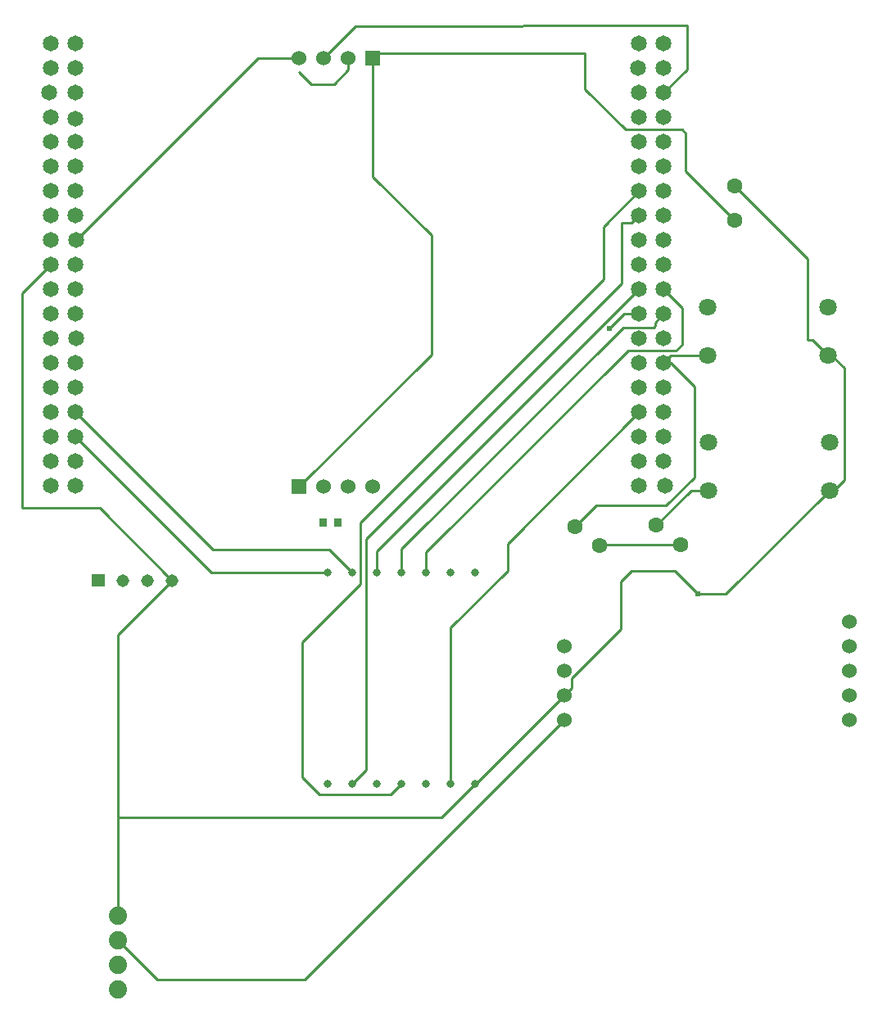
<source format=gtl>
G04 Layer: TopLayer*
G04 EasyEDA v6.4.25, 2021-10-17T04:34:47+09:00*
G04 29e239aed29846d893758c3e788ce2c8,c0f7d9c09faf4ba5b776d912e3b4b3b7,10*
G04 Gerber Generator version 0.2*
G04 Scale: 100 percent, Rotated: No, Reflected: No *
G04 Dimensions in millimeters *
G04 leading zeros omitted , absolute positions ,4 integer and 5 decimal *
%FSLAX45Y45*%
%MOMM*%

%ADD10C,0.2540*%
%ADD11C,0.6096*%
%ADD14C,1.3081*%
%ADD15C,1.6000*%
%ADD16C,1.8000*%
%ADD17C,0.8000*%
%ADD18C,1.5240*%
%ADD20C,1.8800*%
%ADD21C,1.6500*%

%LPD*%
D10*
X1765300Y3632200D02*
G01*
X1765300Y6540500D01*
X2324100Y7099300D01*
X5459602Y4998702D02*
G01*
X5107802Y4646902D01*
X1765300Y4646902D01*
X2324100Y7099300D02*
G01*
X1574800Y7848600D01*
X774700Y7848600D01*
X774700Y10071100D01*
X1066800Y10363200D01*
X6377686Y5657087D02*
G01*
X3692397Y2971800D01*
X2171700Y2971800D01*
X1765300Y3378200D01*
X3935602Y7178708D02*
G01*
X2727291Y7178708D01*
X1320800Y8585200D01*
X4189475Y7178802D02*
G01*
X3951477Y7416800D01*
X2743200Y7416800D01*
X1320800Y8839200D01*
X4443602Y7178708D02*
G01*
X4443602Y7402703D01*
X7150100Y10109200D01*
X4697602Y7178708D02*
G01*
X4697602Y7428103D01*
X6985000Y9715500D01*
X7302500Y9715500D01*
X7315200Y9728200D01*
X7315200Y9766300D01*
X7404100Y9855200D01*
X4951602Y7178708D02*
G01*
X4951602Y7390003D01*
X7035800Y9474200D01*
X7531100Y9474200D01*
X7594600Y9537700D01*
X7594600Y9918700D01*
X7404100Y10109200D01*
X6845300Y9702800D02*
G01*
X6997700Y9855200D01*
X7150100Y9855200D01*
X4189602Y4998702D02*
G01*
X4330700Y5139799D01*
X4330700Y7531100D01*
X6972300Y10172700D01*
X6972300Y10795000D01*
X7073900Y10795000D01*
X7150100Y10871200D01*
X4697602Y4998702D02*
G01*
X4588400Y4889500D01*
X3848100Y4889500D01*
X3670300Y5067300D01*
X3670300Y6464300D01*
X4267200Y7061200D01*
X4267200Y7696200D01*
X6781800Y10210800D01*
X6781800Y10756900D01*
X7150100Y11125200D01*
X5205602Y4998702D02*
G01*
X5205602Y6615303D01*
X5791200Y7200900D01*
X5791200Y7480300D01*
X7150100Y8839200D01*
X6377686Y5911087D02*
G01*
X5465318Y4998720D01*
X5459475Y4998720D01*
X3638041Y12498324D02*
G01*
X3214624Y12498324D01*
X1333500Y10617200D01*
X3892041Y12498324D02*
G01*
X4220718Y12827000D01*
X7645400Y12839700D01*
X7645400Y12382500D01*
X7404100Y12141200D01*
X7871294Y8030400D02*
G01*
X7691107Y8030400D01*
X7329906Y7669199D01*
X7579893Y7469200D02*
G01*
X6754393Y7469200D01*
X6741693Y7456500D01*
X6377686Y5911087D02*
G01*
X6451600Y5984747D01*
X6451600Y6091173D01*
X6959600Y6599173D01*
X6959600Y7086600D01*
X7073900Y7200900D01*
X7518400Y7200900D01*
X7759700Y6959600D01*
X9121305Y8030400D02*
G01*
X8050504Y6959600D01*
X7759700Y6959600D01*
X9121393Y8030463D02*
G01*
X9160763Y8030463D01*
X9271000Y8140700D01*
X9271000Y9296400D01*
X9139936Y9427463D01*
X9108693Y9427463D01*
X7858594Y9427400D02*
G01*
X7484300Y9427400D01*
X7404100Y9347200D01*
X7404100Y9347200D02*
G01*
X7480300Y9347200D01*
X7721600Y9105900D01*
X7721600Y8166100D01*
X7429500Y7874000D01*
X6709206Y7874000D01*
X6491706Y7656499D01*
X3638041Y12351258D02*
G01*
X3759200Y12230100D01*
X4000500Y12230100D01*
X4146041Y12375642D01*
X4146041Y12498324D01*
X8140700Y11173205D02*
G01*
X8890000Y10423905D01*
X8890000Y9588500D01*
X8947505Y9588500D01*
X9108605Y9427400D01*
X4399991Y12498400D02*
G01*
X4399991Y11271808D01*
X5003800Y10668000D01*
X5003800Y9434220D01*
X3637991Y8068411D01*
X8140700Y10823194D02*
G01*
X7632700Y11331194D01*
X7632700Y11722100D01*
X7594600Y11760200D01*
X7010400Y11760200D01*
X6591300Y12179300D01*
X6591300Y12547600D01*
X4400041Y12547600D01*
X4400041Y12498324D01*
G36*
X3997401Y7652999D02*
G01*
X3997401Y7739400D01*
X4078048Y7739400D01*
X4078048Y7652999D01*
G37*
G36*
X3927398Y7652999D02*
G01*
X3927398Y7739400D01*
X3846751Y7739400D01*
X3846751Y7652999D01*
G37*
G36*
X1496695Y7164704D02*
G01*
X1627504Y7164704D01*
X1627504Y7033895D01*
X1496695Y7033895D01*
G37*
D14*
G01*
X1816100Y7099300D03*
G01*
X2070100Y7099300D03*
G01*
X2324100Y7099300D03*
D15*
G01*
X8140700Y11173205D03*
G01*
X8140700Y10823194D03*
G01*
X7329906Y7669199D03*
G01*
X7579893Y7469200D03*
G01*
X6491706Y7656499D03*
G01*
X6741693Y7456500D03*
D16*
G01*
X7858607Y9927386D03*
G01*
X9108617Y9927386D03*
G01*
X7858607Y9427387D03*
G01*
X9108617Y9427387D03*
G01*
X7871307Y8530386D03*
G01*
X9121317Y8530386D03*
G01*
X7871307Y8030387D03*
G01*
X9121317Y8030387D03*
D17*
G01*
X3935602Y7178700D03*
G01*
X4951602Y7178700D03*
G01*
X4697602Y7178700D03*
G01*
X4443602Y7178700D03*
G01*
X4189602Y7178700D03*
G01*
X3935602Y4998694D03*
G01*
X4951602Y4998694D03*
G01*
X4697602Y4998694D03*
G01*
X4443602Y4998694D03*
G01*
X4189602Y4998694D03*
G01*
X5459602Y4998694D03*
G01*
X5205602Y4998694D03*
G01*
X5459602Y7178700D03*
G01*
X5205602Y7178700D03*
D18*
G01*
X9327794Y5906998D03*
G01*
X9327794Y6160998D03*
G01*
X9327794Y6414998D03*
G01*
X9327794Y6668998D03*
G01*
X6377787Y5657011D03*
G01*
X6377787Y5911011D03*
G01*
X6377787Y6165011D03*
G01*
X6377787Y6419011D03*
G01*
X9327794Y5652998D03*
G01*
X3638041Y12498324D03*
G01*
X3892041Y12498324D03*
G01*
X4146041Y12498324D03*
G36*
X4323791Y12574600D02*
G01*
X4476191Y12574600D01*
X4476191Y12422200D01*
X4323791Y12422200D01*
G37*
G36*
X3561791Y8144611D02*
G01*
X3714191Y8144611D01*
X3714191Y7992211D01*
X3561791Y7992211D01*
G37*
G01*
X3892041Y8068310D03*
G01*
X4146041Y8068310D03*
G01*
X4400041Y8068310D03*
D20*
G01*
X1765300Y3632200D03*
G01*
X1765300Y3378200D03*
G01*
X1765300Y3124200D03*
G01*
X1765300Y2870200D03*
D21*
G01*
X1066800Y12649200D03*
G01*
X1320800Y12649200D03*
G01*
X1066800Y12395200D03*
G01*
X1320800Y12395200D03*
G01*
X1054100Y12141200D03*
G01*
X1320800Y12141200D03*
G01*
X1066800Y11887200D03*
G01*
X1320800Y11874500D03*
G01*
X1066800Y11633200D03*
G01*
X1320800Y11633200D03*
G01*
X1066800Y11379200D03*
G01*
X1320800Y11379200D03*
G01*
X1066800Y11125200D03*
G01*
X1320800Y11125200D03*
G01*
X1066800Y10871200D03*
G01*
X1320800Y10871200D03*
G01*
X1066800Y10617200D03*
G01*
X1333500Y10617200D03*
G01*
X1066800Y10363200D03*
G01*
X1320800Y10363200D03*
G01*
X1066800Y10109200D03*
G01*
X1320800Y10109200D03*
G01*
X1066800Y9855200D03*
G01*
X1320800Y9855200D03*
G01*
X1066800Y9601200D03*
G01*
X1333500Y9601200D03*
G01*
X1066800Y9347200D03*
G01*
X1320800Y9347200D03*
G01*
X1066800Y9093200D03*
G01*
X1320800Y9093200D03*
G01*
X1066800Y8839200D03*
G01*
X1320800Y8839200D03*
G01*
X1066800Y8585200D03*
G01*
X1320800Y8585200D03*
G01*
X1066800Y8331200D03*
G01*
X1320800Y8331200D03*
G01*
X1066800Y8077200D03*
G01*
X1320800Y8077200D03*
G01*
X7150100Y12649200D03*
G01*
X7404100Y12649200D03*
G01*
X7137400Y12395200D03*
G01*
X7404100Y12395200D03*
G01*
X7150100Y12141200D03*
G01*
X7404100Y12141200D03*
G01*
X7150100Y11887200D03*
G01*
X7404100Y11887200D03*
G01*
X7150100Y11633200D03*
G01*
X7404100Y11633200D03*
G01*
X7150100Y11379200D03*
G01*
X7404100Y11379200D03*
G01*
X7150100Y11125200D03*
G01*
X7404100Y11125200D03*
G01*
X7150100Y10871200D03*
G01*
X7404100Y10871200D03*
G01*
X7150100Y10617200D03*
G01*
X7404100Y10617200D03*
G01*
X7150100Y10363200D03*
G01*
X7404100Y10363200D03*
G01*
X7150100Y10109200D03*
G01*
X7404100Y10109200D03*
G01*
X7150100Y9855200D03*
G01*
X7404100Y9855200D03*
G01*
X7150100Y9601200D03*
G01*
X7404100Y9601200D03*
G01*
X7150100Y9347200D03*
G01*
X7404100Y9347200D03*
G01*
X7150100Y9093200D03*
G01*
X7404100Y9093200D03*
G01*
X7150100Y8839200D03*
G01*
X7404100Y8839200D03*
G01*
X7150100Y8585200D03*
G01*
X7404100Y8585200D03*
G01*
X7150100Y8331200D03*
G01*
X7404100Y8331200D03*
G01*
X7150100Y8077200D03*
G01*
X7416800Y8077200D03*
D11*
G01*
X6845300Y9702800D03*
G01*
X7759700Y6959600D03*
M02*

</source>
